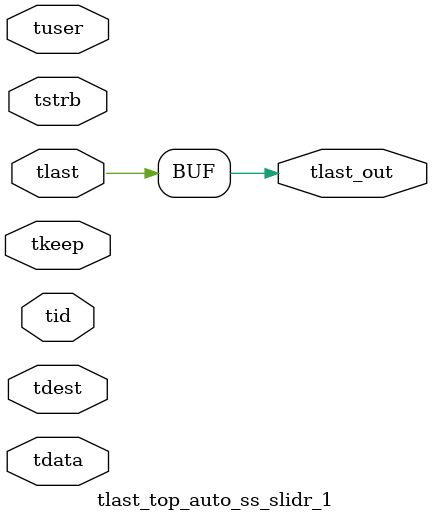
<source format=v>


`timescale 1ps/1ps

module tlast_top_auto_ss_slidr_1 #
(
parameter C_S_AXIS_TID_WIDTH   = 1,
parameter C_S_AXIS_TUSER_WIDTH = 0,
parameter C_S_AXIS_TDATA_WIDTH = 0,
parameter C_S_AXIS_TDEST_WIDTH = 0
)
(
input  [(C_S_AXIS_TID_WIDTH   == 0 ? 1 : C_S_AXIS_TID_WIDTH)-1:0       ] tid,
input  [(C_S_AXIS_TDATA_WIDTH == 0 ? 1 : C_S_AXIS_TDATA_WIDTH)-1:0     ] tdata,
input  [(C_S_AXIS_TUSER_WIDTH == 0 ? 1 : C_S_AXIS_TUSER_WIDTH)-1:0     ] tuser,
input  [(C_S_AXIS_TDEST_WIDTH == 0 ? 1 : C_S_AXIS_TDEST_WIDTH)-1:0     ] tdest,
input  [(C_S_AXIS_TDATA_WIDTH/8)-1:0 ] tkeep,
input  [(C_S_AXIS_TDATA_WIDTH/8)-1:0 ] tstrb,
input  [0:0]                                                             tlast,
output                                                                   tlast_out
);

assign tlast_out = {tlast};

endmodule


</source>
